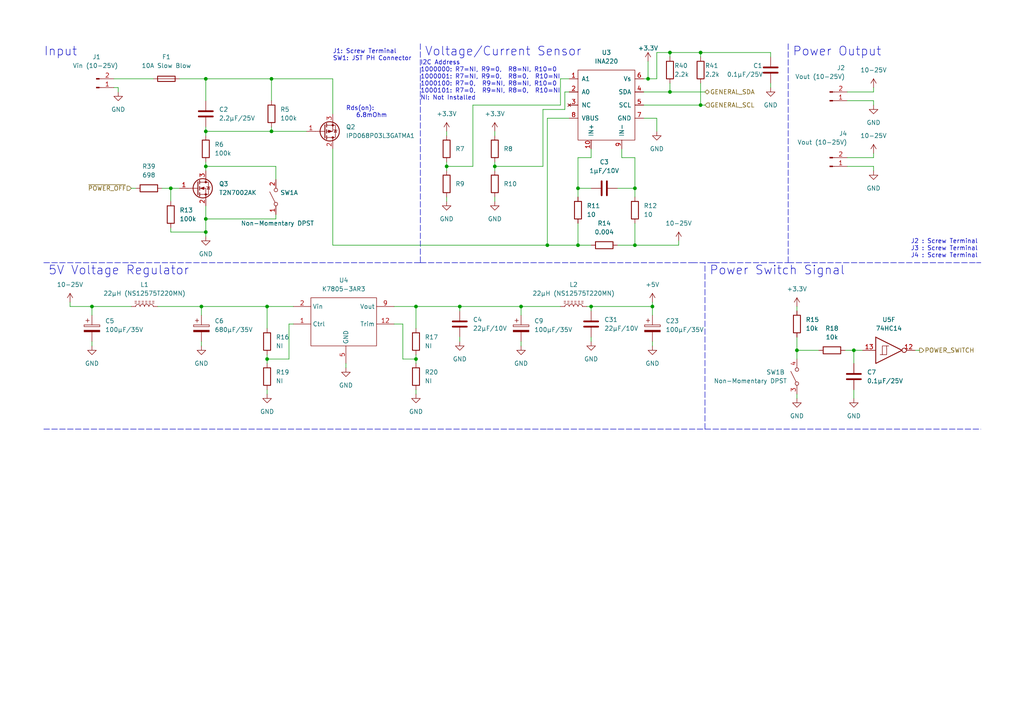
<source format=kicad_sch>
(kicad_sch (version 20211123) (generator eeschema)
  (paper "A4")
  (lib_symbols
    (symbol "Connector:Conn_01x02_Male" (pin_names (offset 1.016) hide)
      (property "Reference" "J" (at 0 2.54 0))
      (property "Value" "Conn_01x02_Male" (at 0 -5.08 0))
      (symbol "Conn_01x02_Male_1_1"
        (polyline (pts (xy 1.27 -2.54) (xy 0.8636 -2.54)) (stroke (width 0.1524)))
        (polyline (pts (xy 1.27 0) (xy 0.8636 0)) (stroke (width 0.1524)))
        (rectangle (start 0.8636 -2.413) (end 0 -2.667) (stroke (width 0.1524)) (fill (type outline)))
        (rectangle (start 0.8636 0.127) (end 0 -0.127) (stroke (width 0.1524)) (fill (type outline)))
        (pin passive line (at 5.08 0 180) (length 3.81) (name "Pin_1") (number "1"))
        (pin passive line (at 5.08 -2.54 180) (length 3.81) (name "Pin_2") (number "2"))
      )
    )
    (symbol "Device:C" (pin_numbers hide) (pin_names (offset 0.254))
      (property "Reference" "C" (at 0.635 2.54 0))
      (property "Value" "C" (at 0.635 -2.54 0))
      (symbol "C_0_1"
        (polyline (pts (xy -2.032 -0.762) (xy 2.032 -0.762)) (stroke (width 0.508)))
        (polyline (pts (xy -2.032 0.762) (xy 2.032 0.762)) (stroke (width 0.508)))
      )
      (symbol "C_1_1"
        (pin passive line (at 0 3.81 270) (length 2.794) (name "~") (number "1"))
        (pin passive line (at 0 -3.81 90) (length 2.794) (name "~") (number "2"))
      )
    )
    (symbol "Device:C_Polarized" (pin_numbers hide) (pin_names (offset 0.254))
      (property "Reference" "C" (at 0.635 2.54 0))
      (property "Value" "C_Polarized" (at 0.635 -2.54 0))
      (symbol "C_Polarized_0_1"
        (rectangle (start -2.286 0.508) (end 2.286 1.016))
        (polyline (pts (xy -1.778 2.286) (xy -0.762 2.286)))
        (polyline (pts (xy -1.27 2.794) (xy -1.27 1.778)))
        (rectangle (start 2.286 -0.508) (end -2.286 -1.016) (fill (type outline)))
      )
      (symbol "C_Polarized_1_1"
        (pin passive line (at 0 3.81 270) (length 2.794) (name "~") (number "1"))
        (pin passive line (at 0 -3.81 90) (length 2.794) (name "~") (number "2"))
      )
    )
    (symbol "Device:Fuse" (pin_numbers hide) (pin_names (offset 0))
      (property "Reference" "F" (at 2.032 0 90))
      (property "Value" "Fuse" (at -1.905 0 90))
      (symbol "Fuse_0_1"
        (rectangle (start -0.762 -2.54) (end 0.762 2.54) (stroke (width 0.254)))
        (polyline (pts (xy 0 2.54) (xy 0 -2.54)))
      )
      (symbol "Fuse_1_1"
        (pin passive line (at 0 3.81 270) (length 1.27) (name "~") (number "1"))
        (pin passive line (at 0 -3.81 90) (length 1.27) (name "~") (number "2"))
      )
    )
    (symbol "Device:L_Ferrite" (pin_numbers hide) (pin_names (offset 1.016) hide)
      (property "Reference" "L" (at -1.27 0 90))
      (property "Value" "L_Ferrite" (at 2.794 0 90))
      (symbol "L_Ferrite_0_1"
        (arc (start 0 -2.54) (mid 0.635 -1.905) (end 0 -1.27))
        (arc (start 0 -1.27) (mid 0.635 -0.635) (end 0 0))
        (polyline (pts (xy 1.016 -2.794) (xy 1.016 -2.286)))
        (polyline (pts (xy 1.016 -1.778) (xy 1.016 -1.27)))
        (polyline (pts (xy 1.016 -0.762) (xy 1.016 -0.254)))
        (polyline (pts (xy 1.016 0.254) (xy 1.016 0.762)))
        (polyline (pts (xy 1.016 1.27) (xy 1.016 1.778)))
        (polyline (pts (xy 1.016 2.286) (xy 1.016 2.794)))
        (polyline (pts (xy 1.524 -2.286) (xy 1.524 -2.794)))
        (polyline (pts (xy 1.524 -1.27) (xy 1.524 -1.778)))
        (polyline (pts (xy 1.524 -0.254) (xy 1.524 -0.762)))
        (polyline (pts (xy 1.524 0.762) (xy 1.524 0.254)))
        (polyline (pts (xy 1.524 1.778) (xy 1.524 1.27)))
        (polyline (pts (xy 1.524 2.794) (xy 1.524 2.286)))
        (arc (start 0 0) (mid 0.635 0.635) (end 0 1.27))
        (arc (start 0 1.27) (mid 0.635 1.905) (end 0 2.54))
      )
      (symbol "L_Ferrite_1_1"
        (pin passive line (at 0 3.81 270) (length 1.27) (name "1") (number "1"))
        (pin passive line (at 0 -3.81 90) (length 1.27) (name "2") (number "2"))
      )
    )
    (symbol "Device:Q_NMOS_GSD" (pin_names (offset 0) hide)
      (property "Reference" "Q" (at 5.08 1.27 0))
      (property "Value" "Q_NMOS_GSD" (at 5.08 -1.27 0))
      (symbol "Q_NMOS_GSD_0_1"
        (polyline (pts (xy 0.254 0) (xy -2.54 0)))
        (polyline (pts (xy 0.254 1.905) (xy 0.254 -1.905)) (stroke (width 0.254)))
        (polyline (pts (xy 0.762 -1.27) (xy 0.762 -2.286)) (stroke (width 0.254)))
        (polyline (pts (xy 0.762 0.508) (xy 0.762 -0.508)) (stroke (width 0.254)))
        (polyline (pts (xy 0.762 2.286) (xy 0.762 1.27)) (stroke (width 0.254)))
        (polyline (pts (xy 2.54 2.54) (xy 2.54 1.778)))
        (polyline (pts (xy 2.54 -2.54) (xy 2.54 0) (xy 0.762 0)))
        (polyline (pts (xy 0.762 -1.778) (xy 3.302 -1.778) (xy 3.302 1.778) (xy 0.762 1.778)))
        (polyline (pts (xy 1.016 0) (xy 2.032 0.381) (xy 2.032 -0.381) (xy 1.016 0)) (fill (type outline)))
        (polyline (pts (xy 2.794 0.508) (xy 2.921 0.381) (xy 3.683 0.381) (xy 3.81 0.254)))
        (polyline (pts (xy 3.302 0.381) (xy 2.921 -0.254) (xy 3.683 -0.254) (xy 3.302 0.381)))
        (circle (center 1.651 0) (radius 2.794) (stroke (width 0.254)))
        (circle (center 2.54 -1.778) (radius 0.254) (fill (type outline)))
        (circle (center 2.54 1.778) (radius 0.254) (fill (type outline)))
      )
      (symbol "Q_NMOS_GSD_1_1"
        (pin input line (at -5.08 0 0) (length 2.54) (name "G") (number "1"))
        (pin passive line (at 2.54 -5.08 90) (length 2.54) (name "S") (number "2"))
        (pin passive line (at 2.54 5.08 270) (length 2.54) (name "D") (number "3"))
      )
    )
    (symbol "Device:Q_PMOS_GDS" (pin_names (offset 0) hide)
      (property "Reference" "Q" (at 5.08 1.27 0))
      (property "Value" "Q_PMOS_GDS" (at 5.08 -1.27 0))
      (symbol "Q_PMOS_GDS_0_1"
        (polyline (pts (xy 0.254 0) (xy -2.54 0)))
        (polyline (pts (xy 0.254 1.905) (xy 0.254 -1.905)) (stroke (width 0.254)))
        (polyline (pts (xy 0.762 -1.27) (xy 0.762 -2.286)) (stroke (width 0.254)))
        (polyline (pts (xy 0.762 0.508) (xy 0.762 -0.508)) (stroke (width 0.254)))
        (polyline (pts (xy 0.762 2.286) (xy 0.762 1.27)) (stroke (width 0.254)))
        (polyline (pts (xy 2.54 2.54) (xy 2.54 1.778)))
        (polyline (pts (xy 2.54 -2.54) (xy 2.54 0) (xy 0.762 0)))
        (polyline (pts (xy 0.762 1.778) (xy 3.302 1.778) (xy 3.302 -1.778) (xy 0.762 -1.778)))
        (polyline (pts (xy 2.286 0) (xy 1.27 0.381) (xy 1.27 -0.381) (xy 2.286 0)) (fill (type outline)))
        (polyline (pts (xy 2.794 -0.508) (xy 2.921 -0.381) (xy 3.683 -0.381) (xy 3.81 -0.254)))
        (polyline (pts (xy 3.302 -0.381) (xy 2.921 0.254) (xy 3.683 0.254) (xy 3.302 -0.381)))
        (circle (center 1.651 0) (radius 2.794) (stroke (width 0.254)))
        (circle (center 2.54 -1.778) (radius 0.254) (fill (type outline)))
        (circle (center 2.54 1.778) (radius 0.254) (fill (type outline)))
      )
      (symbol "Q_PMOS_GDS_1_1"
        (pin input line (at -5.08 0 0) (length 2.54) (name "G") (number "1"))
        (pin passive line (at 2.54 5.08 270) (length 2.54) (name "D") (number "2"))
        (pin passive line (at 2.54 -5.08 90) (length 2.54) (name "S") (number "3"))
      )
    )
    (symbol "Device:R" (pin_numbers hide) (pin_names (offset 0))
      (property "Reference" "R" (at 2.032 0 90))
      (property "Value" "R" (at 0 0 90))
      (symbol "R_0_1"
        (rectangle (start -1.016 -2.54) (end 1.016 2.54) (stroke (width 0.254)))
      )
      (symbol "R_1_1"
        (pin passive line (at 0 3.81 270) (length 1.27) (name "~") (number "1"))
        (pin passive line (at 0 -3.81 90) (length 1.27) (name "~") (number "2"))
      )
    )
    (symbol "Switch:SW_DPST_x2" (pin_names (offset 0) hide)
      (property "Reference" "SW" (at 0 3.175 0))
      (property "Value" "SW_DPST_x2" (at 0 -2.54 0))
      (symbol "SW_DPST_x2_0_0"
        (circle (center -2.032 0) (radius 0.508))
        (polyline (pts (xy -1.524 0.254) (xy 1.524 1.778)))
        (circle (center 2.032 0) (radius 0.508))
      )
      (symbol "SW_DPST_x2_1_1"
        (pin passive line (at -5.08 0 0) (length 2.54) (name "A") (number "1"))
        (pin passive line (at 5.08 0 180) (length 2.54) (name "B") (number "2"))
      )
      (symbol "SW_DPST_x2_2_1"
        (pin passive line (at -5.08 0 0) (length 2.54) (name "A") (number "3"))
        (pin passive line (at 5.08 0 180) (length 2.54) (name "B") (number "4"))
      )
    )
    (symbol "power:+3.3V" (power) (pin_names (offset 0))
      (property "Value" "+3.3V" (at 0 3.556 0))
      (symbol "+3.3V_0_1"
        (polyline (pts (xy -0.762 1.27) (xy 0 2.54)))
        (polyline (pts (xy 0 0) (xy 0 2.54)))
        (polyline (pts (xy 0 2.54) (xy 0.762 1.27)))
      )
      (symbol "+3.3V_1_1"
        (pin power_in line (at 0 0 90) (length 0) hide (name "+3.3V") (number "1"))
      )
    )
    (symbol "power:+5V" (power) (pin_names (offset 0))
      (property "Value" "+5V" (at 0 3.556 0))
      (symbol "+5V_0_1"
        (polyline (pts (xy -0.762 1.27) (xy 0 2.54)))
        (polyline (pts (xy 0 0) (xy 0 2.54)))
        (polyline (pts (xy 0 2.54) (xy 0.762 1.27)))
      )
      (symbol "+5V_1_1"
        (pin power_in line (at 0 0 90) (length 0) hide (name "+5V") (number "1"))
      )
    )
    (symbol "power:GND" (power) (pin_names (offset 0))
      (property "Value" "GND" (at 0 -3.81 0))
      (symbol "GND_0_1"
        (polyline (pts (xy 0 0) (xy 0 -1.27) (xy 1.27 -1.27) (xy 0 -2.54) (xy -1.27 -1.27) (xy 0 -1.27)))
      )
      (symbol "GND_1_1"
        (pin power_in line (at 0 0 270) (length 0) hide (name "GND") (number "1"))
      )
    )
    (symbol "t-top:+10-25V" (power) (pin_names (offset 0))
      (property "Value" "+10-25V" (at 0 3.556 0))
      (symbol "+10-25V_0_1"
        (polyline (pts (xy -0.762 1.27) (xy 0 2.54)))
        (polyline (pts (xy 0 0) (xy 0 2.54)))
        (polyline (pts (xy 0 2.54) (xy 0.762 1.27)))
      )
      (symbol "+10-25V_1_1"
        (pin power_in line (at 0 0 90) (length 0) hide (name "10-25V") (number "1"))
      )
    )
    (symbol "t-top:74HC14" (pin_names (offset 1.016))
      (property "Reference" "U" (at 0 1.27 0))
      (property "Value" "74HC14" (at 0 -1.27 0))
      (symbol "74HC14_1_0"
        (polyline (pts (xy -3.81 3.81) (xy -3.81 -3.81) (xy 3.81 0) (xy -3.81 3.81)) (stroke (width 0.254)))
        (pin input line (at -7.62 0 0) (length 3.81) (name "~") (number "1"))
        (pin output inverted (at 7.62 0 180) (length 3.81) (name "~") (number "2"))
      )
      (symbol "74HC14_1_1"
        (polyline (pts (xy -1.905 -1.27) (xy -1.905 1.27) (xy -0.635 1.27)))
        (polyline (pts (xy -2.54 -1.27) (xy -0.635 -1.27) (xy -0.635 1.27) (xy 0 1.27)))
      )
      (symbol "74HC14_2_0"
        (polyline (pts (xy -3.81 3.81) (xy -3.81 -3.81) (xy 3.81 0) (xy -3.81 3.81)) (stroke (width 0.254)))
        (pin input line (at -7.62 0 0) (length 3.81) (name "~") (number "3"))
        (pin output inverted (at 7.62 0 180) (length 3.81) (name "~") (number "4"))
      )
      (symbol "74HC14_2_1"
        (polyline (pts (xy -1.905 -1.27) (xy -1.905 1.27) (xy -0.635 1.27)))
        (polyline (pts (xy -2.54 -1.27) (xy -0.635 -1.27) (xy -0.635 1.27) (xy 0 1.27)))
      )
      (symbol "74HC14_3_0"
        (polyline (pts (xy -3.81 3.81) (xy -3.81 -3.81) (xy 3.81 0) (xy -3.81 3.81)) (stroke (width 0.254)))
        (pin input line (at -7.62 0 0) (length 3.81) (name "~") (number "5"))
        (pin output inverted (at 7.62 0 180) (length 3.81) (name "~") (number "6"))
      )
      (symbol "74HC14_3_1"
        (polyline (pts (xy -1.905 -1.27) (xy -1.905 1.27) (xy -0.635 1.27)))
        (polyline (pts (xy -2.54 -1.27) (xy -0.635 -1.27) (xy -0.635 1.27) (xy 0 1.27)))
      )
      (symbol "74HC14_4_0"
        (polyline (pts (xy -3.81 3.81) (xy -3.81 -3.81) (xy 3.81 0) (xy -3.81 3.81)) (stroke (width 0.254)))
        (pin output inverted (at 7.62 0 180) (length 3.81) (name "~") (number "8"))
        (pin input line (at -7.62 0 0) (length 3.81) (name "~") (number "9"))
      )
      (symbol "74HC14_4_1"
        (polyline (pts (xy -1.905 -1.27) (xy -1.905 1.27) (xy -0.635 1.27)))
        (polyline (pts (xy -2.54 -1.27) (xy -0.635 -1.27) (xy -0.635 1.27) (xy 0 1.27)))
      )
      (symbol "74HC14_5_0"
        (polyline (pts (xy -3.81 3.81) (xy -3.81 -3.81) (xy 3.81 0) (xy -3.81 3.81)) (stroke (width 0.254)))
        (pin output inverted (at 7.62 0 180) (length 3.81) (name "~") (number "10"))
        (pin input line (at -7.62 0 0) (length 3.81) (name "~") (number "11"))
      )
      (symbol "74HC14_5_1"
        (polyline (pts (xy -1.905 -1.27) (xy -1.905 1.27) (xy -0.635 1.27)))
        (polyline (pts (xy -2.54 -1.27) (xy -0.635 -1.27) (xy -0.635 1.27) (xy 0 1.27)))
      )
      (symbol "74HC14_6_0"
        (polyline (pts (xy -3.81 3.81) (xy -3.81 -3.81) (xy 3.81 0) (xy -3.81 3.81)) (stroke (width 0.254)))
        (pin output inverted (at 7.62 0 180) (length 3.81) (name "~") (number "12"))
        (pin input line (at -7.62 0 0) (length 3.81) (name "~") (number "13"))
      )
      (symbol "74HC14_6_1"
        (polyline (pts (xy -1.905 -1.27) (xy -1.905 1.27) (xy -0.635 1.27)))
        (polyline (pts (xy -2.54 -1.27) (xy -0.635 -1.27) (xy -0.635 1.27) (xy 0 1.27)))
      )
      (symbol "74HC14_7_0"
        (pin power_in line (at 0 12.7 270) (length 5.08) (name "VCC") (number "14"))
        (pin power_in line (at 0 -12.7 90) (length 5.08) (name "GND") (number "7"))
      )
      (symbol "74HC14_7_1"
        (rectangle (start -5.08 7.62) (end 5.08 -7.62) (stroke (width 0.254)))
      )
    )
    (symbol "t-top:INA220" (pin_names (offset 1.016))
      (property "Reference" "U" (at 0 12.7 0))
      (property "Value" "INA220" (at 0 10.16 0))
      (symbol "INA220_0_1"
        (rectangle (start -7.62 8.89) (end 8.89 -11.43))
      )
      (symbol "INA220_1_1"
        (pin input line (at -10.16 6.35 0) (length 2.54) (name "A1") (number "1"))
        (pin input line (at -3.81 -13.97 90) (length 2.54) (name "IN+") (number "10"))
        (pin input line (at -10.16 2.54 0) (length 2.54) (name "A0") (number "2"))
        (pin no_connect line (at -10.16 -1.27 0) (length 2.54) (name "NC") (number "3"))
        (pin bidirectional line (at 11.43 2.54 180) (length 2.54) (name "SDA") (number "4"))
        (pin input line (at 11.43 -1.27 180) (length 2.54) (name "SCL") (number "5"))
        (pin input line (at 11.43 6.35 180) (length 2.54) (name "Vs") (number "6"))
        (pin input line (at 11.43 -5.08 180) (length 2.54) (name "GND") (number "7"))
        (pin input line (at -10.16 -5.08 0) (length 2.54) (name "VBUS") (number "8"))
        (pin input line (at 5.08 -13.97 90) (length 2.54) (name "IN-") (number "9"))
      )
    )
    (symbol "t-top:K7805-3AR3"
      (property "Reference" "U" (at 0 2.54 0))
      (property "Value" "K7805-3AR3" (at 0 0 0))
      (symbol "K7805-3AR3_0_1"
        (rectangle (start -10.16 -1.27) (end 8.89 -15.24))
      )
      (symbol "K7805-3AR3_1_1"
        (pin input line (at -15.24 -8.89 0) (length 5.08) (name "Ctrl") (number "1"))
        (pin input line (at 13.97 -8.89 180) (length 5.08) (name "Trim") (number "12"))
        (pin power_in line (at -15.24 -3.81 0) (length 5.08) (name "Vin") (number "2"))
        (pin power_in line (at 0 -20.32 90) (length 5.08) (name "GND") (number "5"))
        (pin power_out line (at 13.97 -3.81 180) (length 5.08) (name "Vout") (number "9"))
      )
    )
  )
  (junction (at 26.67 88.9))
  (junction (at 184.15 71.12))
  (junction (at 129.54 48.26))
  (junction (at 77.47 104.14))
  (junction (at 151.13 88.9))
  (junction (at 120.65 88.9))
  (junction (at 187.96 22.86))
  (junction (at 78.74 22.86))
  (junction (at 194.31 15.24))
  (junction (at 120.65 104.14))
  (junction (at 203.2 30.48))
  (junction (at 171.45 88.9))
  (junction (at 231.14 101.6))
  (junction (at 189.23 88.9))
  (junction (at 59.69 22.86))
  (junction (at 78.74 38.1))
  (junction (at 77.47 88.9))
  (junction (at 59.69 67.31))
  (junction (at 58.42 88.9))
  (junction (at 59.69 63.5))
  (junction (at 247.65 101.6))
  (junction (at 194.31 26.67))
  (junction (at 49.53 54.61))
  (junction (at 158.75 71.12))
  (junction (at 59.69 38.1))
  (junction (at 133.35 88.9))
  (junction (at 203.2 15.24))
  (junction (at 59.69 48.26))
  (junction (at 143.51 48.26))
  (junction (at 167.64 54.61))
  (junction (at 167.64 71.12))
  (junction (at 184.15 54.61))
  (wire (pts (xy 59.69 22.86) (xy 59.69 29.21)))
  (wire (pts (xy 189.23 99.06) (xy 189.23 100.33)))
  (wire (pts (xy 253.365 29.21) (xy 253.365 30.48)))
  (wire (pts (xy 114.3 93.98) (xy 116.84 93.98)))
  (wire (pts (xy 167.64 71.12) (xy 171.45 71.12)))
  (wire (pts (xy 77.47 104.14) (xy 77.47 105.41)))
  (wire (pts (xy 245.745 48.26) (xy 253.365 48.26)))
  (polyline (pts (xy 121.92 76.2) (xy 200.66 76.2)))
  (wire (pts (xy 186.69 26.67) (xy 194.31 26.67)))
  (wire (pts (xy 167.64 45.72) (xy 167.64 54.61)))
  (wire (pts (xy 237.49 101.6) (xy 231.14 101.6)))
  (wire (pts (xy 162.56 22.86) (xy 162.56 30.48)))
  (wire (pts (xy 163.83 31.75) (xy 163.83 26.67)))
  (wire (pts (xy 80.01 62.23) (xy 80.01 63.5)))
  (wire (pts (xy 253.365 26.67) (xy 253.365 25.4)))
  (wire (pts (xy 167.64 54.61) (xy 167.64 57.15)))
  (wire (pts (xy 33.02 22.86) (xy 44.45 22.86)))
  (wire (pts (xy 203.2 15.24) (xy 223.52 15.24)))
  (wire (pts (xy 26.67 88.9) (xy 38.1 88.9)))
  (wire (pts (xy 58.42 88.9) (xy 77.47 88.9)))
  (wire (pts (xy 170.18 88.9) (xy 171.45 88.9)))
  (wire (pts (xy 49.53 54.61) (xy 49.53 58.42)))
  (wire (pts (xy 223.52 15.24) (xy 223.52 16.51)))
  (wire (pts (xy 26.67 88.9) (xy 26.67 91.44)))
  (wire (pts (xy 265.43 101.6) (xy 266.7 101.6)))
  (polyline (pts (xy 228.6 12.7) (xy 228.6 76.2)))
  (wire (pts (xy 77.47 88.9) (xy 85.09 88.9)))
  (wire (pts (xy 96.52 22.86) (xy 96.52 33.02)))
  (polyline (pts (xy 207.01 76.2) (xy 228.6 76.2)))
  (wire (pts (xy 231.14 101.6) (xy 231.14 97.79)))
  (wire (pts (xy 180.34 43.18) (xy 180.34 45.72)))
  (wire (pts (xy 45.72 88.9) (xy 58.42 88.9)))
  (wire (pts (xy 179.07 71.12) (xy 184.15 71.12)))
  (wire (pts (xy 187.96 22.86) (xy 190.5 22.86)))
  (wire (pts (xy 120.65 113.03) (xy 120.65 114.3)))
  (wire (pts (xy 129.54 38.1) (xy 129.54 39.37)))
  (wire (pts (xy 83.82 93.98) (xy 85.09 93.98)))
  (wire (pts (xy 231.14 114.3) (xy 231.14 115.57)))
  (wire (pts (xy 189.23 87.63) (xy 189.23 88.9)))
  (wire (pts (xy 133.35 88.9) (xy 151.13 88.9)))
  (wire (pts (xy 158.75 71.12) (xy 167.64 71.12)))
  (wire (pts (xy 114.3 88.9) (xy 120.65 88.9)))
  (wire (pts (xy 59.69 63.5) (xy 59.69 67.31)))
  (wire (pts (xy 116.84 93.98) (xy 116.84 104.14)))
  (wire (pts (xy 133.35 88.9) (xy 120.65 88.9)))
  (wire (pts (xy 59.69 38.1) (xy 59.69 39.37)))
  (wire (pts (xy 78.74 22.86) (xy 78.74 29.21)))
  (wire (pts (xy 129.54 46.99) (xy 129.54 48.26)))
  (wire (pts (xy 171.45 54.61) (xy 167.64 54.61)))
  (wire (pts (xy 58.42 99.06) (xy 58.42 100.33)))
  (polyline (pts (xy 200.66 76.2) (xy 208.28 76.2)))
  (wire (pts (xy 189.23 88.9) (xy 189.23 91.44)))
  (wire (pts (xy 59.69 48.26) (xy 80.01 48.26)))
  (wire (pts (xy 49.53 67.31) (xy 59.69 67.31)))
  (wire (pts (xy 231.14 101.6) (xy 231.14 104.14)))
  (wire (pts (xy 247.65 113.03) (xy 247.65 115.57)))
  (wire (pts (xy 186.69 34.29) (xy 190.5 34.29)))
  (wire (pts (xy 245.745 29.21) (xy 253.365 29.21)))
  (wire (pts (xy 190.5 34.29) (xy 190.5 38.1)))
  (wire (pts (xy 253.365 48.26) (xy 253.365 49.53)))
  (polyline (pts (xy 158.75 124.46) (xy 284.48 124.46)))
  (wire (pts (xy 26.67 99.06) (xy 26.67 100.33)))
  (wire (pts (xy 77.47 88.9) (xy 77.47 95.25)))
  (wire (pts (xy 171.45 97.79) (xy 171.45 99.06)))
  (wire (pts (xy 190.5 15.24) (xy 194.31 15.24)))
  (wire (pts (xy 157.48 31.75) (xy 163.83 31.75)))
  (wire (pts (xy 116.84 104.14) (xy 120.65 104.14)))
  (wire (pts (xy 77.47 102.87) (xy 77.47 104.14)))
  (wire (pts (xy 58.42 88.9) (xy 58.42 91.44)))
  (polyline (pts (xy 121.92 12.7) (xy 121.92 76.2)))
  (polyline (pts (xy 204.47 124.46) (xy 204.47 76.2)))
  (wire (pts (xy 194.31 26.67) (xy 204.47 26.67)))
  (wire (pts (xy 88.9 38.1) (xy 78.74 38.1)))
  (wire (pts (xy 59.69 46.99) (xy 59.69 48.26)))
  (polyline (pts (xy 12.7 124.46) (xy 158.75 124.46)))
  (wire (pts (xy 59.69 22.86) (xy 78.74 22.86)))
  (wire (pts (xy 157.48 31.75) (xy 157.48 48.26)))
  (wire (pts (xy 247.65 101.6) (xy 250.19 101.6)))
  (wire (pts (xy 100.33 105.41) (xy 100.33 106.68)))
  (wire (pts (xy 171.45 43.18) (xy 171.45 45.72)))
  (wire (pts (xy 20.32 88.9) (xy 26.67 88.9)))
  (wire (pts (xy 163.83 26.67) (xy 165.1 26.67)))
  (wire (pts (xy 253.365 45.72) (xy 253.365 44.45)))
  (wire (pts (xy 245.745 26.67) (xy 253.365 26.67)))
  (wire (pts (xy 187.96 17.78) (xy 187.96 22.86)))
  (wire (pts (xy 59.69 48.26) (xy 59.69 49.53)))
  (polyline (pts (xy 12.7 76.2) (xy 121.92 76.2)))
  (wire (pts (xy 184.15 57.15) (xy 184.15 54.61)))
  (wire (pts (xy 184.15 71.12) (xy 184.15 64.77)))
  (wire (pts (xy 80.01 48.26) (xy 80.01 52.07)))
  (wire (pts (xy 96.52 43.18) (xy 96.52 71.12)))
  (wire (pts (xy 245.745 45.72) (xy 253.365 45.72)))
  (wire (pts (xy 59.69 38.1) (xy 59.69 36.83)))
  (wire (pts (xy 143.51 46.99) (xy 143.51 48.26)))
  (wire (pts (xy 137.16 30.48) (xy 137.16 48.26)))
  (wire (pts (xy 143.51 38.1) (xy 143.51 39.37)))
  (wire (pts (xy 120.65 88.9) (xy 120.65 95.25)))
  (wire (pts (xy 223.52 24.13) (xy 223.52 25.4)))
  (wire (pts (xy 137.16 30.48) (xy 162.56 30.48)))
  (wire (pts (xy 78.74 22.86) (xy 96.52 22.86)))
  (wire (pts (xy 165.1 34.29) (xy 158.75 34.29)))
  (wire (pts (xy 83.82 104.14) (xy 77.47 104.14)))
  (wire (pts (xy 171.45 90.17) (xy 171.45 88.9)))
  (wire (pts (xy 165.1 22.86) (xy 162.56 22.86)))
  (wire (pts (xy 52.07 22.86) (xy 59.69 22.86)))
  (wire (pts (xy 186.69 30.48) (xy 203.2 30.48)))
  (wire (pts (xy 46.99 54.61) (xy 49.53 54.61)))
  (wire (pts (xy 137.16 48.26) (xy 129.54 48.26)))
  (wire (pts (xy 184.15 71.12) (xy 196.85 71.12)))
  (wire (pts (xy 167.64 64.77) (xy 167.64 71.12)))
  (wire (pts (xy 186.69 22.86) (xy 187.96 22.86)))
  (wire (pts (xy 120.65 104.14) (xy 120.65 105.41)))
  (wire (pts (xy 158.75 34.29) (xy 158.75 71.12)))
  (wire (pts (xy 245.11 101.6) (xy 247.65 101.6)))
  (wire (pts (xy 151.13 88.9) (xy 162.56 88.9)))
  (wire (pts (xy 38.1 54.61) (xy 39.37 54.61)))
  (wire (pts (xy 179.07 54.61) (xy 184.15 54.61)))
  (wire (pts (xy 133.35 97.79) (xy 133.35 99.06)))
  (wire (pts (xy 120.65 102.87) (xy 120.65 104.14)))
  (wire (pts (xy 190.5 15.24) (xy 190.5 22.86)))
  (wire (pts (xy 194.31 15.24) (xy 194.31 16.51)))
  (wire (pts (xy 203.2 15.24) (xy 203.2 16.51)))
  (wire (pts (xy 184.15 45.72) (xy 184.15 54.61)))
  (polyline (pts (xy 228.6 76.2) (xy 284.48 76.2)))
  (wire (pts (xy 129.54 48.26) (xy 129.54 49.53)))
  (wire (pts (xy 80.01 63.5) (xy 59.69 63.5)))
  (wire (pts (xy 33.02 25.4) (xy 34.29 25.4)))
  (wire (pts (xy 83.82 104.14) (xy 83.82 93.98)))
  (wire (pts (xy 133.35 90.17) (xy 133.35 88.9)))
  (wire (pts (xy 34.29 25.4) (xy 34.29 26.67)))
  (wire (pts (xy 143.51 48.26) (xy 157.48 48.26)))
  (wire (pts (xy 171.45 45.72) (xy 167.64 45.72)))
  (wire (pts (xy 77.47 113.03) (xy 77.47 114.3)))
  (wire (pts (xy 129.54 57.15) (xy 129.54 58.42)))
  (wire (pts (xy 143.51 57.15) (xy 143.51 58.42)))
  (wire (pts (xy 59.69 59.69) (xy 59.69 63.5)))
  (polyline (pts (xy 283.21 76.2) (xy 284.48 76.2)))
  (wire (pts (xy 49.53 54.61) (xy 52.07 54.61)))
  (wire (pts (xy 171.45 88.9) (xy 189.23 88.9)))
  (wire (pts (xy 194.31 15.24) (xy 203.2 15.24)))
  (wire (pts (xy 194.31 24.13) (xy 194.31 26.67)))
  (wire (pts (xy 231.14 88.9) (xy 231.14 90.17)))
  (wire (pts (xy 78.74 38.1) (xy 59.69 38.1)))
  (wire (pts (xy 49.53 66.04) (xy 49.53 67.31)))
  (wire (pts (xy 196.85 71.12) (xy 196.85 69.85)))
  (wire (pts (xy 247.65 101.6) (xy 247.65 105.41)))
  (wire (pts (xy 180.34 45.72) (xy 184.15 45.72)))
  (wire (pts (xy 151.13 88.9) (xy 151.13 91.44)))
  (wire (pts (xy 78.74 38.1) (xy 78.74 36.83)))
  (wire (pts (xy 151.13 99.06) (xy 151.13 100.33)))
  (wire (pts (xy 59.69 67.31) (xy 59.69 68.58)))
  (wire (pts (xy 20.32 87.63) (xy 20.32 88.9)))
  (wire (pts (xy 203.2 24.13) (xy 203.2 30.48)))
  (wire (pts (xy 203.2 30.48) (xy 204.47 30.48)))
  (wire (pts (xy 96.52 71.12) (xy 158.75 71.12)))
  (wire (pts (xy 143.51 48.26) (xy 143.51 49.53)))
  (text "Input" (at 12.7 16.51 0) (effects (font (size 2.54 2.54)) (justify left bottom)))
  (text "Power Output" (at 229.87 16.51 0) (effects (font (size 2.54 2.54)) (justify left bottom)))
  (text "Rds(on):\n   6.8mOhm" (at 100.33 34.29 0) (effects (font (size 1.27 1.27)) (justify left bottom)))
  (text "Power Switch Signal" (at 205.74 80.01 0) (effects (font (size 2.54 2.54)) (justify left bottom)))
  (text "J1: Screw Terminal\nSW1: JST PH Connector" (at 96.52 17.78 0) (effects (font (size 1.27 1.27)) (justify left bottom)))
  (text "5V Voltage Regulator" (at 13.97 80.01 0) (effects (font (size 2.54 2.54)) (justify left bottom)))
  (text "I2C Address\n1000000: R7=NI, R9=0,  R8=NI, R10=0\n1000001: R7=NI, R9=0,  R8=0,  R10=NI\n1000100: R7=0,  R9=NI, R8=NI, R10=0\n1000101: R7=0,  R9=NI, R8=0,  R10=NI\nNI: Not Installed" (at 121.92 29.21 0) (effects (font (size 1.27 1.27)) (justify left bottom)))
  (text "Voltage/Current Sensor" (at 123.19 16.51 0) (effects (font (size 2.54 2.54)) (justify left bottom)))
  (text "J2 : Screw Terminal\nJ3 : Screw Terminal\nJ4 : Screw Terminal\n" (at 264.16 74.93 0) (effects (font (size 1.27 1.27)) (justify left bottom)))
  (hierarchical_label "GENERAL_SDA" (shape bidirectional) (at 204.47 26.67 0))
  (hierarchical_label "POWER_SWITCH" (shape output) (at 266.7 101.6 0))
  (hierarchical_label "~{POWER_OFF}" (shape input) (at 38.1 54.61 180))
  (hierarchical_label "GENERAL_SCL" (shape input) (at 204.47 30.48 0))
  (symbol (lib_id "power:GND") (at 171.45 99.06 0) (unit 1)
    (property "Reference" "#PWR0197" (effects hide))
    (property "Value" "GND" (at 171.45 104.14 0))
  )
  (symbol (lib_id "Device:Q_PMOS_GDS") (at 93.98 38.1 0) (mirror x) (unit 1)
    (property "Reference" "Q2" (at 100.33 36.8299 0) (effects (justify left)))
    (property "Value" "IPD068P03L3GATMA1" (at 100.33 39.3699 0) (effects (justify left)))
    (property "Footprint" "Package_TO_SOT_SMD:TO-252-2" (effects hide))
  )
  (symbol (lib_id "Device:R") (at 194.31 20.32 0) (unit 1)
    (property "Reference" "R40" (at 195.58 19.05 0) (effects (justify left)))
    (property "Value" "2.2k" (at 195.58 21.59 0) (effects (justify left)))
    (property "Footprint" "Resistor_SMD:R_0805_2012Metric" (effects hide))
  )
  (symbol (lib_id "power:GND") (at 253.365 30.48 0) (unit 1)
    (property "Reference" "#PWR0127" (effects hide))
    (property "Value" "GND" (at 253.365 35.56 0))
  )
  (symbol (lib_id "Device:Fuse") (at 48.26 22.86 90) (unit 1)
    (property "Reference" "F1" (at 48.26 16.51 90))
    (property "Value" "10A Slow Blow" (at 48.26 19.05 90))
    (property "Footprint" "t-top:M205_FUSE" (effects hide))
  )
  (symbol (lib_id "power:GND") (at 143.51 58.42 0) (unit 1)
    (property "Reference" "#PWR0106" (effects hide))
    (property "Value" "GND" (at 143.51 63.5 0))
  )
  (symbol (lib_id "power:GND") (at 77.47 114.3 0) (unit 1)
    (property "Reference" "#PWR0114" (effects hide))
    (property "Value" "GND" (at 77.47 119.38 0))
  )
  (symbol (lib_id "t-top:+10-25V") (at 253.365 44.45 0) (unit 1)
    (property "Reference" "#PWR0128" (effects hide))
    (property "Value" "+10-25V" (at 253.365 39.37 0))
  )
  (symbol (lib_id "Device:C") (at 175.26 54.61 90) (unit 1)
    (property "Reference" "C3" (at 175.26 46.99 90))
    (property "Value" "1µF/10V" (at 175.26 49.53 90))
    (property "Footprint" "Capacitor_SMD:C_0805_2012Metric" (effects hide))
  )
  (symbol (lib_id "power:GND") (at 34.29 26.67 0) (unit 1)
    (property "Reference" "#PWR0120" (effects hide))
    (property "Value" "GND" (at 34.29 31.75 0))
  )
  (symbol (lib_id "power:+3.3V") (at 231.14 88.9 0) (unit 1)
    (property "Reference" "#PWR0117" (effects hide))
    (property "Value" "+3.3V" (at 231.14 83.82 0))
  )
  (symbol (lib_id "Device:C") (at 223.52 20.32 0) (unit 1)
    (property "Reference" "C1" (at 218.44 19.05 0) (effects (justify left)))
    (property "Value" "0.1µF/25V" (at 210.82 21.59 0) (effects (justify left)))
    (property "Footprint" "Capacitor_SMD:C_0805_2012Metric" (effects hide))
  )
  (symbol (lib_id "power:+5V") (at 189.23 87.63 0) (unit 1)
    (property "Reference" "#PWR0109" (effects hide))
    (property "Value" "+5V" (at 189.23 82.55 0))
  )
  (symbol (lib_id "Device:R") (at 59.69 43.18 0) (unit 1)
    (property "Reference" "R6" (at 62.23 41.9099 0) (effects (justify left)))
    (property "Value" "100k" (at 62.23 44.4499 0) (effects (justify left)))
    (property "Footprint" "Resistor_SMD:R_0805_2012Metric" (effects hide))
  )
  (symbol (lib_id "Device:R") (at 120.65 109.22 0) (unit 1)
    (property "Reference" "R20" (at 123.19 107.95 0) (effects (justify left)))
    (property "Value" "NI" (at 123.19 110.4899 0) (effects (justify left)))
    (property "Footprint" "Resistor_SMD:R_0805_2012Metric" (effects hide))
  )
  (symbol (lib_id "t-top:K7805-3AR3") (at 100.33 85.09 0) (unit 1)
    (property "Reference" "U4" (at 99.695 81.28 0))
    (property "Value" "K7805-3AR3" (at 99.695 83.82 0))
    (property "Footprint" "t-top:K7805-3AR3" (effects hide))
  )
  (symbol (lib_id "Device:C_Polarized") (at 26.67 95.25 0) (unit 1)
    (property "Reference" "C5" (at 30.48 93.0909 0) (effects (justify left)))
    (property "Value" "100µF/35V" (at 30.48 95.6309 0) (effects (justify left)))
    (property "Footprint" "Capacitor_THT:CP_Radial_D6.3mm_P2.50mm" (effects hide))
  )
  (symbol (lib_id "power:GND") (at 58.42 100.33 0) (unit 1)
    (property "Reference" "#PWR0110" (effects hide))
    (property "Value" "GND" (at 58.42 105.41 0))
  )
  (symbol (lib_id "Switch:SW_DPST_x2") (at 231.14 109.22 90) (unit 2)
    (property "Reference" "SW1" (at 222.25 107.95 90) (effects (justify right)))
    (property "Value" "Non-Momentary DPST " (at 207.01 110.49 90) (effects (justify right)))
    (property "Footprint" "Connector_JST:JST_PH_B4B-PH-K_1x04_P2.00mm_Vertical" (effects hide))
  )
  (symbol (lib_id "Device:R") (at 129.54 53.34 0) (unit 1)
    (property "Reference" "R9" (at 132.08 53.3399 0) (effects (justify left)))
    (property "Value" "0" (effects hide))
    (property "Footprint" "Resistor_SMD:R_0805_2012Metric" (effects hide))
  )
  (symbol (lib_id "Device:R") (at 143.51 43.18 0) (unit 1)
    (property "Reference" "R8" (at 146.05 43.1799 0) (effects (justify left)))
    (property "Value" "0" (effects hide))
    (property "Footprint" "Resistor_SMD:R_0805_2012Metric" (effects hide))
  )
  (symbol (lib_id "Device:R") (at 184.15 60.96 0) (unit 1)
    (property "Reference" "R12" (at 186.69 59.6899 0) (effects (justify left)))
    (property "Value" "10" (at 186.69 62.2299 0) (effects (justify left)))
    (property "Footprint" "Resistor_SMD:R_0805_2012Metric" (effects hide))
  )
  (symbol (lib_id "Device:Q_NMOS_GSD") (at 57.15 54.61 0) (unit 1)
    (property "Reference" "Q3" (at 63.5 53.3399 0) (effects (justify left)))
    (property "Value" "T2N7002AK" (at 63.5 55.8799 0) (effects (justify left)))
    (property "Footprint" "Package_TO_SOT_SMD:SOT-23" (effects hide))
  )
  (symbol (lib_id "power:GND") (at 26.67 100.33 0) (unit 1)
    (property "Reference" "#PWR0115" (effects hide))
    (property "Value" "GND" (at 26.67 105.41 0))
  )
  (symbol (lib_id "Device:C") (at 133.35 93.98 0) (unit 1)
    (property "Reference" "C4" (at 137.16 92.7099 0) (effects (justify left)))
    (property "Value" "22μF/10V" (at 137.16 95.2499 0) (effects (justify left)))
    (property "Footprint" "Capacitor_SMD:C_0805_2012Metric" (effects hide))
  )
  (symbol (lib_id "Device:R") (at 120.65 99.06 0) (unit 1)
    (property "Reference" "R17" (at 123.19 97.79 0) (effects (justify left)))
    (property "Value" "NI" (at 123.19 100.3299 0) (effects (justify left)))
    (property "Footprint" "Resistor_SMD:R_0805_2012Metric" (effects hide))
  )
  (symbol (lib_id "Connector:Conn_01x02_Male") (at 27.94 25.4 0) (mirror x) (unit 1)
    (property "Reference" "J1" (at 29.21 16.51 0) (effects (justify right)))
    (property "Value" "Vin (10-25V)" (at 34.29 19.05 0) (effects (justify right)))
    (property "Footprint" "t-top:OSTTA020161" (effects hide))
  )
  (symbol (lib_id "Device:C") (at 59.69 33.02 0) (unit 1)
    (property "Reference" "C2" (at 63.5 31.7499 0) (effects (justify left)))
    (property "Value" "2.2µF/25V" (at 63.5 34.2899 0) (effects (justify left)))
    (property "Footprint" "Capacitor_SMD:C_0805_2012Metric" (effects hide))
  )
  (symbol (lib_id "t-top:+10-25V") (at 20.32 87.63 0) (unit 1)
    (property "Reference" "#PWR0116" (effects hide))
    (property "Value" "+10-25V" (at 20.32 82.55 0))
  )
  (symbol (lib_id "power:GND") (at 190.5 38.1 0) (unit 1)
    (property "Reference" "#PWR0131" (effects hide))
    (property "Value" "GND" (at 190.5 43.18 0))
  )
  (symbol (lib_id "Device:R") (at 49.53 62.23 0) (unit 1)
    (property "Reference" "R13" (at 52.07 60.96 0) (effects (justify left)))
    (property "Value" "100k" (at 52.07 63.5 0) (effects (justify left)))
    (property "Footprint" "Resistor_SMD:R_0805_2012Metric" (effects hide))
  )
  (symbol (lib_id "Device:R") (at 175.26 71.12 90) (unit 1)
    (property "Reference" "R14" (at 175.26 64.77 90))
    (property "Value" "0.004" (at 175.26 67.31 90))
    (property "Footprint" "Resistor_SMD:R_1206_3216Metric" (effects hide))
  )
  (symbol (lib_id "Connector:Conn_01x02_Male") (at 240.665 48.26 0) (mirror x) (unit 1)
    (property "Reference" "J4" (at 245.745 38.735 0) (effects (justify right)))
    (property "Value" "Vout (10-25V)" (at 245.745 41.275 0) (effects (justify right)))
    (property "Footprint" "t-top:OSTTA020161" (effects hide))
  )
  (symbol (lib_id "power:GND") (at 120.65 114.3 0) (unit 1)
    (property "Reference" "#PWR0113" (effects hide))
    (property "Value" "GND" (at 120.65 119.38 0))
  )
  (symbol (lib_id "power:GND") (at 129.54 58.42 0) (unit 1)
    (property "Reference" "#PWR0105" (effects hide))
    (property "Value" "GND" (at 129.54 63.5 0))
  )
  (symbol (lib_id "Device:R") (at 77.47 99.06 0) (unit 1)
    (property "Reference" "R16" (at 80.01 97.79 0) (effects (justify left)))
    (property "Value" "NI" (at 80.01 100.3299 0) (effects (justify left)))
    (property "Footprint" "Resistor_SMD:R_0805_2012Metric" (effects hide))
  )
  (symbol (lib_id "Device:R") (at 129.54 43.18 0) (unit 1)
    (property "Reference" "R7" (at 132.08 43.1799 0) (effects (justify left)))
    (property "Value" "0" (effects hide))
    (property "Footprint" "Resistor_SMD:R_0805_2012Metric" (effects hide))
  )
  (symbol (lib_id "Device:R") (at 78.74 33.02 0) (unit 1)
    (property "Reference" "R5" (at 81.28 31.7499 0) (effects (justify left)))
    (property "Value" "100k" (at 81.28 34.2899 0) (effects (justify left)))
    (property "Footprint" "Resistor_SMD:R_0805_2012Metric" (effects hide))
  )
  (symbol (lib_id "power:GND") (at 59.69 68.58 0) (unit 1)
    (property "Reference" "#PWR0104" (effects hide))
    (property "Value" "GND" (at 59.69 73.66 0))
  )
  (symbol (lib_id "t-top:INA220") (at 175.26 29.21 0) (unit 1)
    (property "Reference" "U3" (at 175.895 15.24 0))
    (property "Value" "INA220" (at 175.895 17.78 0))
    (property "Footprint" "Package_SO:VSSOP-10_3x3mm_P0.5mm" (effects hide))
  )
  (symbol (lib_id "Device:C_Polarized") (at 189.23 95.25 0) (unit 1)
    (property "Reference" "C23" (at 193.04 93.0909 0) (effects (justify left)))
    (property "Value" "100µF/35V" (at 193.04 95.6309 0) (effects (justify left)))
    (property "Footprint" "Capacitor_THT:CP_Radial_D6.3mm_P2.50mm" (effects hide))
  )
  (symbol (lib_id "power:GND") (at 223.52 25.4 0) (unit 1)
    (property "Reference" "#PWR0124" (effects hide))
    (property "Value" "GND" (at 223.52 30.48 0))
  )
  (symbol (lib_id "Device:R") (at 143.51 53.34 0) (unit 1)
    (property "Reference" "R10" (at 146.05 53.3399 0) (effects (justify left)))
    (property "Value" "0" (effects hide))
    (property "Footprint" "Resistor_SMD:R_0805_2012Metric" (effects hide))
  )
  (symbol (lib_id "power:GND") (at 253.365 49.53 0) (unit 1)
    (property "Reference" "#PWR0125" (effects hide))
    (property "Value" "GND" (at 253.365 54.61 0))
  )
  (symbol (lib_id "power:GND") (at 133.35 99.06 0) (unit 1)
    (property "Reference" "#PWR0111" (effects hide))
    (property "Value" "GND" (at 133.35 104.14 0))
  )
  (symbol (lib_id "Switch:SW_DPST_x2") (at 80.01 57.15 90) (unit 1)
    (property "Reference" "SW1" (at 81.28 55.8799 90) (effects (justify right)))
    (property "Value" "Non-Momentary DPST " (at 69.85 64.77 90) (effects (justify right)))
    (property "Footprint" "Connector_JST:JST_PH_B4B-PH-K_1x04_P2.00mm_Vertical" (effects hide))
  )
  (symbol (lib_id "Device:C_Polarized") (at 151.13 95.25 0) (unit 1)
    (property "Reference" "C9" (at 154.94 93.0909 0) (effects (justify left)))
    (property "Value" "100µF/35V" (at 154.94 95.6309 0) (effects (justify left)))
    (property "Footprint" "Capacitor_THT:CP_Radial_D6.3mm_P2.50mm" (effects hide))
  )
  (symbol (lib_id "Device:R") (at 77.47 109.22 0) (unit 1)
    (property "Reference" "R19" (at 80.01 107.95 0) (effects (justify left)))
    (property "Value" "NI" (at 80.01 110.4899 0) (effects (justify left)))
    (property "Footprint" "Resistor_SMD:R_0805_2012Metric" (effects hide))
  )
  (symbol (lib_id "power:GND") (at 189.23 100.33 0) (unit 1)
    (property "Reference" "#PWR0189" (effects hide))
    (property "Value" "GND" (at 189.23 105.41 0))
  )
  (symbol (lib_id "t-top:74HC14") (at 257.81 101.6 0) (unit 6)
    (property "Reference" "U5" (at 257.81 92.71 0))
    (property "Value" "74HC14" (at 257.81 95.25 0))
    (property "Footprint" "Package_SO:TSSOP-14_4.4x5mm_P0.65mm" (effects hide))
    (property "Datasheet" "http://www.ti.com/lit/gpn/sn74HC14" (effects hide))
  )
  (symbol (lib_id "Device:C_Polarized") (at 58.42 95.25 0) (unit 1)
    (property "Reference" "C6" (at 62.23 93.0909 0) (effects (justify left)))
    (property "Value" "680µF/35V" (at 62.23 95.6309 0) (effects (justify left)))
    (property "Footprint" "Capacitor_THT:CP_Radial_D10.0mm_P5.00mm" (effects hide))
  )
  (symbol (lib_id "Device:R") (at 167.64 60.96 0) (unit 1)
    (property "Reference" "R11" (at 170.18 59.6899 0) (effects (justify left)))
    (property "Value" "10" (at 170.18 62.2299 0) (effects (justify left)))
    (property "Footprint" "Resistor_SMD:R_0805_2012Metric" (effects hide))
  )
  (symbol (lib_id "power:GND") (at 231.14 115.57 0) (unit 1)
    (property "Reference" "#PWR0118" (effects hide))
    (property "Value" "GND" (at 231.14 120.65 0))
  )
  (symbol (lib_id "Device:R") (at 241.3 101.6 90) (unit 1)
    (property "Reference" "R18" (at 241.3 95.25 90))
    (property "Value" "10k" (at 241.3 97.79 90))
    (property "Footprint" "Resistor_SMD:R_0805_2012Metric" (effects hide))
  )
  (symbol (lib_id "Device:R") (at 203.2 20.32 0) (unit 1)
    (property "Reference" "R41" (at 204.47 19.05 0) (effects (justify left)))
    (property "Value" "2.2k" (at 204.47 21.59 0) (effects (justify left)))
    (property "Footprint" "Resistor_SMD:R_0805_2012Metric" (effects hide))
  )
  (symbol (lib_id "power:GND") (at 151.13 100.33 0) (unit 1)
    (property "Reference" "#PWR0145" (effects hide))
    (property "Value" "GND" (at 151.13 105.41 0))
  )
  (symbol (lib_id "power:GND") (at 247.65 115.57 0) (unit 1)
    (property "Reference" "#PWR0119" (effects hide))
    (property "Value" "GND" (at 247.65 120.65 0))
  )
  (symbol (lib_id "t-top:+10-25V") (at 196.85 69.85 0) (unit 1)
    (property "Reference" "#PWR0129" (effects hide))
    (property "Value" "+10-25V" (at 196.85 64.77 0))
  )
  (symbol (lib_id "Device:L_Ferrite") (at 41.91 88.9 90) (unit 1)
    (property "Reference" "L1" (at 41.91 82.55 90))
    (property "Value" "22µH (NS12575T220MN)" (at 41.91 85.09 90))
    (property "Footprint" "t-top:NS12575T220MN" (effects hide))
  )
  (symbol (lib_id "power:+3.3V") (at 129.54 38.1 0) (unit 1)
    (property "Reference" "#PWR0108" (effects hide))
    (property "Value" "+3.3V" (at 129.54 33.02 0))
  )
  (symbol (lib_id "Device:C") (at 171.45 93.98 0) (unit 1)
    (property "Reference" "C31" (at 175.26 92.7099 0) (effects (justify left)))
    (property "Value" "22μF/10V" (at 175.26 95.2499 0) (effects (justify left)))
    (property "Footprint" "Capacitor_SMD:C_0805_2012Metric" (effects hide))
  )
  (symbol (lib_id "t-top:+10-25V") (at 253.365 25.4 0) (unit 1)
    (property "Reference" "#PWR0126" (effects hide))
    (property "Value" "+10-25V" (at 253.365 20.32 0))
  )
  (symbol (lib_id "power:+3.3V") (at 187.96 17.78 0) (unit 1)
    (property "Reference" "#PWR0130" (effects hide))
    (property "Value" "+3.3V" (at 187.96 13.97 0))
  )
  (symbol (lib_id "power:GND") (at 100.33 106.68 0) (unit 1)
    (property "Reference" "#PWR0112" (effects hide))
    (property "Value" "GND" (at 100.33 111.76 0))
  )
  (symbol (lib_id "Device:R") (at 231.14 93.98 0) (unit 1)
    (property "Reference" "R15" (at 233.68 92.7099 0) (effects (justify left)))
    (property "Value" "10k" (at 233.68 95.2499 0) (effects (justify left)))
    (property "Footprint" "Resistor_SMD:R_0805_2012Metric" (effects hide))
  )
  (symbol (lib_id "Connector:Conn_01x02_Male") (at 240.665 29.21 0) (mirror x) (unit 1)
    (property "Reference" "J2" (at 245.11 19.685 0) (effects (justify right)))
    (property "Value" "Vout (10-25V)" (at 245.11 22.225 0) (effects (justify right)))
    (property "Footprint" "t-top:OSTTA020161" (effects hide))
  )
  (symbol (lib_id "Device:R") (at 43.18 54.61 90) (unit 1)
    (property "Reference" "R39" (at 43.18 48.26 90))
    (property "Value" "698" (at 43.18 50.8 90))
    (property "Footprint" "Resistor_SMD:R_0805_2012Metric" (effects hide))
  )
  (symbol (lib_id "Device:L_Ferrite") (at 166.37 88.9 90) (unit 1)
    (property "Reference" "L2" (at 166.37 82.55 90))
    (property "Value" "22µH (NS12575T220MN)" (at 166.37 85.09 90))
    (property "Footprint" "t-top:NS12575T220MN" (effects hide))
  )
  (symbol (lib_id "power:+3.3V") (at 143.51 38.1 0) (unit 1)
    (property "Reference" "#PWR0107" (effects hide))
    (property "Value" "+3.3V" (at 143.51 33.02 0))
  )
  (symbol (lib_id "Device:C") (at 247.65 109.22 0) (unit 1)
    (property "Reference" "C7" (at 251.46 107.9499 0) (effects (justify left)))
    (property "Value" "0.1µF/25V" (at 251.46 110.4899 0) (effects (justify left)))
    (property "Footprint" "Capacitor_SMD:C_0805_2012Metric" (effects hide))
  )
)
</source>
